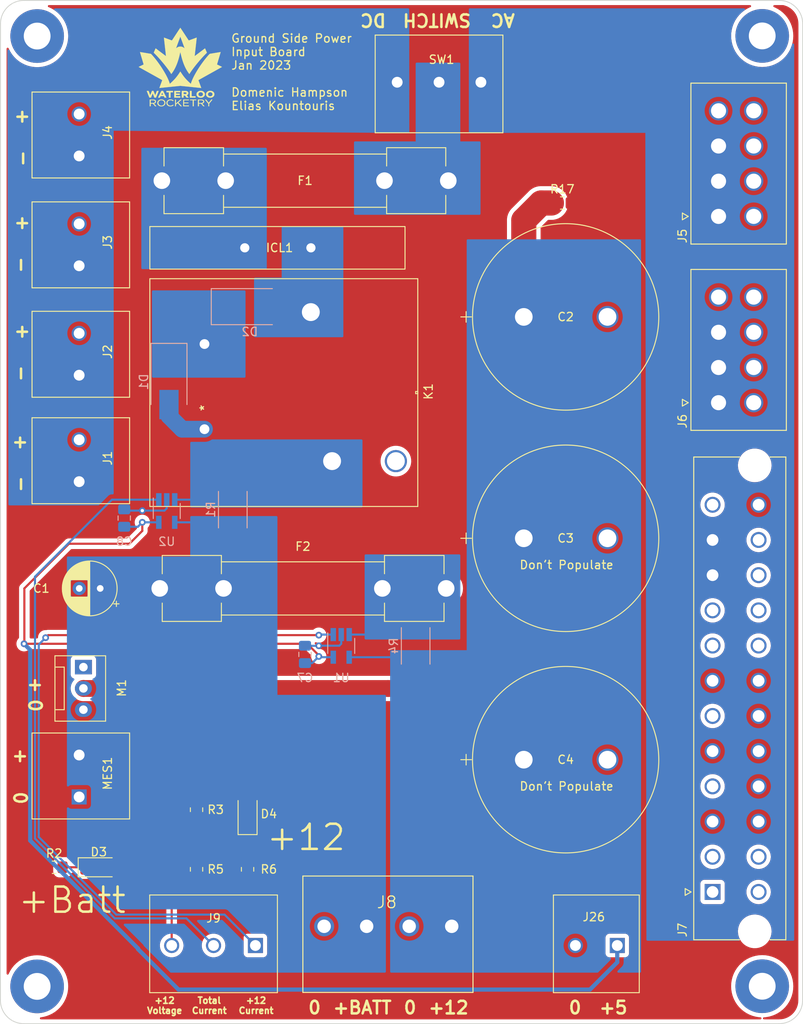
<source format=kicad_pcb>
(kicad_pcb (version 20211014) (generator pcbnew)
  (layers (0 "F.Cu" signal) (31 "B.Cu" signal) (34 "B.Paste" user) (35 "F.Paste" user) (36 "B.SilkS" user "B.Silkscreen") (37 "F.SilkS" user "F.Silkscreen") (38 "B.Mask" user) (39 "F.Mask" user) (44 "Edge.Cuts" user))
  (net 0 "")
  (net 1 "+BATT")
  (net 2 "GND")
  (net 3 "+12V")
  (net 4 "+5V")
  (net 5 "Net-(D1-Pad1)")
  (net 6 "Net-(D2-Pad2)")
  (net 7 "Net-(D3-Pad1)")
  (net 8 "Net-(D4-Pad1)")
  (net 9 "Net-(F1-Pad1)")
  (net 10 "Net-(F1-Pad2)")
  (net 11 "/12V_Sense+")
  (net 12 "/BatteryPowerSupply")
  (net 13 "/ACPowerSupply")
  (net 20 "/12V_OUT")
  (net 21 "/TOTAL_OUT")
  (net 22 "/12_VOLTAGE")
  (net 23 "/Sys_Sense+")
  (footprint "Diode_SMD:D_1206_3216Metric_Pad1.42x1.75mm_HandSolder" (layer "F.Cu") (at 109.738 141.618)
    (fp_text reference "D3" (at 0 -1.82) (layer "F.SilkS"))
    (fp_text value "LED_Small" hide)
    (pad "1" smd roundrect (at -1.4875 0) (size 1.425 1.75) (layers "F.Cu" "F.Paste" "F.Mask") (roundrect_rratio 0.1754392982) (net 7 "Net-(D3-Pad1)"))
    (pad "2" smd roundrect (at 1.4875 0) (size 1.425 1.75) (layers "F.Cu" "F.Paste" "F.Mask") (roundrect_rratio 0.1754392982) (net 1 "+BATT"))
  )
  (footprint "Connector:FanPinHeader_1x03_P2.54mm_Vertical" (layer "F.Cu") (at 107.899799 117.732 -90)
    (fp_text reference "M1" (at 2.5 -4.572 90) (layer "F.SilkS"))
    (fp_text value "Fan_PC_Chassis" hide)
    (pad "1" thru_hole rect (at 0 0) (size 2.03 1.73) (drill 1.02) (layers *.Cu *.Mask))
    (pad "2" thru_hole oval (at 2.54 0) (size 2.03 1.73) (drill 1.02) (layers *.Cu *.Mask) (net 3 "+12V"))
    (pad "3" thru_hole oval (at 5.08 0) (size 2.03 1.73) (drill 1.02) (layers *.Cu *.Mask) (net 2 "GND"))
  )
  (footprint "Resistor_SMD:R_0805_2012Metric_Pad1.20x1.40mm_HandSolder" (layer "F.Cu") (at 127.508 141.859 90)
    (fp_text reference "R6" (at 0 2.54 180) (layer "F.SilkS"))
    (fp_text value "R_Small_US" hide)
    (pad "1" smd roundrect (at -1 0 90) (size 1.2 1.4) (layers "F.Cu" "F.Paste" "F.Mask") (roundrect_rratio 0.2083333333) (net 2 "GND"))
    (pad "2" smd roundrect (at 1 0 90) (size 1.2 1.4) (layers "F.Cu" "F.Paste" "F.Mask") (roundrect_rratio 0.2083333333) (net 8 "Net-(D4-Pad1)"))
  )
  (footprint "Capacitor_THT:CP_Radial_D6.3mm_P2.50mm" (layer "F.Cu") (at 109.904379 108.344 180)
    (fp_text reference "C1" (at 7.024379 0) (layer "F.SilkS"))
    (fp_text value "100uF" hide)
    (pad "1" thru_hole rect (at 0 0 180) (size 1.6 1.6) (drill 0.8) (layers *.Cu *.Mask) (net 1 "+BATT"))
    (pad "2" thru_hole circle (at 2.5 0 180) (size 1.6 1.6) (drill 0.8) (layers *.Cu *.Mask) (net 2 "GND"))
  )
  (footprint "Fuse:Fuseholder_Clip-6.3x32mm_Littelfuse_102_122_Inline_P34.21x7.62mm_D1.98mm_Horizontal" (layer "F.Cu") (at 117.017 108.344)
    (fp_text reference "F2" (at 17.1 -5) (layer "F.SilkS"))
    (fp_text value "25A Fuse" hide)
    (pad "1" thru_hole roundrect (at 7.62 0) (size 3 3) (drill 1.98) (layers *.Cu *.Mask) (net 1 "+BATT"))
    (pad "1" thru_hole roundrect (at 0 0) (size 3 3) (drill 1.98) (layers *.Cu *.Mask) (net 1 "+BATT"))
    (pad "2" thru_hole circle (at 34.21 0) (size 3 3) (drill 1.98) (layers *.Cu *.Mask) (net 11 "/12V_Sense+"))
    (pad "2" thru_hole circle (at 26.59 0) (size 3 3) (drill 1.98) (layers *.Cu *.Mask) (net 11 "/12V_Sense+"))
  )
  (footprint "rlcs:rocketry_logo_small" (layer "F.Cu") (at 119.476 46.136)
    (fp_text reference "G***" hide)
    (fp_text value "LOGO" hide)
  )
  (footprint "clipboard:ee0da358-bf61-46f9-af96-80582bde7c0f" (layer "F.Cu") (at 102.376 42.436)
    (fp_text reference "" (at 0 0) (layer "F.SilkS") (effects (font (size 1.27 1.27))))
    (fp_text value "" (at 0 0) (layer "F.SilkS") (effects (font (size 1.27 1.27))))
    (pad "1" thru_hole circle (at 0 0) (size 6.4 6.4) (drill 3.2) (layers F&B.Cu *.Mask))
  )
  (footprint "Fuse:Fuseholder_Clip-6.3x32mm_Littelfuse_102_122_Inline_P34.21x7.62mm_D1.98mm_Horizontal" (layer "F.Cu") (at 151.481 59.69 180)
    (fp_text reference "F1" (at 17.105 0) (layer "F.SilkS"))
    (fp_text value "25A Fuse" hide)
    (pad "1" thru_hole roundrect (at 7.62 0 180) (size 3 3) (drill 1.98) (layers *.Cu *.Mask) (net 9 "Net-(F1-Pad1)"))
    (pad "1" thru_hole roundrect (at 0 0 180) (size 3 3) (drill 1.98) (layers *.Cu *.Mask) (net 9 "Net-(F1-Pad1)"))
    (pad "2" thru_hole circle (at 26.59 0 180) (size 3 3) (drill 1.98) (layers *.Cu *.Mask) (net 10 "Net-(F1-Pad2)"))
    (pad "2" thru_hole circle (at 34.21 0 180) (size 3 3) (drill 1.98) (layers *.Cu *.Mask) (net 10 "Net-(F1-Pad2)"))
  )
  (footprint "Resistor_SMD:R_0805_2012Metric_Pad1.20x1.40mm_HandSolder" (layer "F.Cu") (at 121.412 134.747 -90)
    (fp_text reference "R3" (at 0 -2.286 180) (layer "F.SilkS"))
    (fp_text value "220K" hide)
    (pad "1" smd roundrect (at -1 0 270) (size 1.2 1.4) (layers "F.Cu" "F.Paste" "F.Mask") (roundrect_rratio 0.2083333333) (net 3 "+12V"))
    (pad "2" smd roundrect (at 1 0 270) (size 1.2 1.4) (layers "F.Cu" "F.Paste" "F.Mask") (roundrect_rratio 0.2083333333) (net 22 "/12_VOLTAGE"))
  )
  (footprint "GSP:1935310" (layer "F.Cu") (at 107.391799 56.742 90)
    (fp_text reference "J4" (at 2.8 3.4 90) (layer "F.SilkS"))
    (fp_text value "Battery Terminals" hide)
    (pad "1" thru_hole rect (at 0 0 90) (size 1.8034 1.8034) (drill 1.2954) (layers *.Cu *.Mask) (net 12 "/BatteryPowerSupply"))
    (pad "2" thru_hole circle (at 5 0 90) (size 1.8034 1.8034) (drill 1.2954) (layers *.Cu *.Mask) (net 2 "GND"))
  )
  (footprint "GSP:1935310" (layer "F.Cu") (at 171.664 150.949001 180)
    (fp_text reference "J26" (at 2.8 3.4) (layer "F.SilkS"))
    (fp_text value "Conn_01x02_Female" hide)
    (pad "1" thru_hole rect (at 0 0 180) (size 1.8034 1.8034) (drill 1.2954) (layers *.Cu *.Mask) (net 4 "+5V"))
    (pad "2" thru_hole circle (at 5 0 180) (size 1.8034 1.8034) (drill 1.2954) (layers *.Cu *.Mask) (net 2 "GND"))
  )
  (footprint "Diode_SMD:D_1206_3216Metric_Pad1.42x1.75mm_HandSolder" (layer "F.Cu") (at 127.508 135.255 90)
    (fp_text reference "D4" (at 0 2.54 180) (layer "F.SilkS"))
    (fp_text value "LED_Small" hide)
    (pad "1" smd roundrect (at -1.4875 0 90) (size 1.425 1.75) (layers "F.Cu" "F.Paste" "F.Mask") (roundrect_rratio 0.1754392982) (net 8 "Net-(D4-Pad1)"))
    (pad "2" smd roundrect (at 1.4875 0 90) (size 1.425 1.75) (layers "F.Cu" "F.Paste" "F.Mask") (roundrect_rratio 0.1754392982) (net 3 "+12V"))
  )
  (footprint "GSP:CUI_TB008A-508-04BE" (layer "F.Cu") (at 151.892 148.661 180)
    (fp_text reference "J8" (at 7.747 2.865 180) (layer "F.SilkS") (effects (font (size 1.4 1.4))))
    (fp_text value "Conn_01x03_Female" hide)
    (pad "1" thru_hole rect (at 0 0 180) (size 2.4 2.4) (drill 1.6) (layers *.Cu *.Mask) (net 3 "+12V"))
    (pad "2" thru_hole circle (at 5.08 0 180) (size 2.4 2.4) (drill 1.6) (layers *.Cu *.Mask) (net 2 "GND"))
    (pad "3" thru_hole circle (at 10.16 0 180) (size 2.4 2.4) (drill 1.6) (layers *.Cu *.Mask) (net 1 "+BATT"))
    (pad "4" thru_hole circle (at 15.24 0 180) (size 2.4 2.4) (drill 1.6) (layers *.Cu *.Mask) (net 2 "GND"))
  )
  (footprint "GSP:MOLEX_442060001" (layer "F.Cu") (at 183.046 144.562 -90)
    (fp_text reference "J7" (at 4.536 3.595 -90) (layer "F.SilkS"))
    (fp_text value "ATX-24" hide)
    (pad "" np_thru_hole circle (at 4.7 -5.04 270) (size 3 3) (drill 3) (layers *.Cu *.Mask))
    (pad "" np_thru_hole circle (at -50.9 -5.04 270) (size 3 3) (drill 3) (layers *.Cu *.Mask))
    (pad "1" thru_hole rect (at 0 0 270) (size 1.9 1.9) (drill 1.4) (layers *.Cu))
    (pad "2" thru_hole circle (at -4.2 0 270) (size 1.9 1.9) (drill 1.4) (layers *.Cu))
    (pad "3" thru_hole circle (at -8.4 0 270) (size 1.9 1.9) (drill 1.4) (layers *.Cu) (net 2 "GND"))
    (pad "4" thru_hole circle (at -12.6 0 270) (size 1.9 1.9) (drill 1.4) (layers *.Cu))
    (pad "5" thru_hole circle (at -16.8 0 270) (size 1.9 1.9) (drill 1.4) (layers *.Cu) (net 2 "GND"))
    (pad "6" thru_hole circle (at -21 0 270) (size 1.9 1.9) (drill 1.4) (layers *.Cu))
    (pad "7" thru_hole circle (at -25.2 0 270) (size 1.9 1.9) (drill 1.4) (layers *.Cu) (net 2 "GND"))
    (pad "8" thru_hole circle (at -29.4 0 270) (size 1.9 1.9) (drill 1.4) (layers *.Cu))
    (pad "9" thru_hole circle (at -33.6 0 270) (size 1.9 1.9) (drill 1.4) (layers *.Cu))
    (pad "10" thru_hole circle (at -37.8 0 270) (size 1.9 1.9) (drill 1.4) (layers *.Cu) (net 13 "/ACPowerSupply"))
    (pad "11" thru_hole circle (at -42 0 270) (size 1.9 1.9) (drill 1.4) (layers *.Cu) (net 13 "/ACPowerSupply"))
    (pad "12" thru_hole circle (at -46.2 0 270) (size 1.9 1.9) (drill 1.4) (layers *.Cu))
    (pad "13" thru_hole circle (at 0 -5.5 270) (size 1.9 1.9) (drill 1.4) (layers *.Cu))
    (pad "14" thru_hole circle (at -4.2 -5.5 270) (size 1.9 1.9) (drill 1.4) (layers *.Cu))
    (pad "15" thru_hole circle (at -8.4 -5.5 270) (size 1.9 1.9) (drill 1.4) (layers *.Cu) (net 2 "GND"))
    (pad "16" thru_hole circle (at -12.6 -5.5 270) (size 1.9 1.9) (drill 1.4) (layers *.Cu) (net 2 "GND"))
    (pad "17" thru_hole circle (at -16.8 -5.5 270) (size 1.9 1.9) (drill 1.4) (layers *.Cu) (net 2 "GND"))
    (pad "18" thru_hole circle (at -21 -5.5 270) (size 1.9 1.9) (drill 1.4) (layers *.Cu) (net 2 "GND"))
    (pad "19" thru_hole circle (at -25.2 -5.5 270) (size 1.9 1.9) (drill 1.4) (layers *.Cu) (net 2 "GND"))
    (pad "20" thru_hole circle (at -29.4 -5.5 270) (size 1.9 1.9) (drill 1.4) (layers *.Cu))
    (pad "21" thru_hole circle (at -33.6 -5.5 270) (size 1.9 1.9) (drill 1.4) (layers *.Cu))
    (pad "22" thru_hole circle (at -37.8 -5.5 270) (size 1.9 1.9) (drill 1.4) (layers *.Cu))
    (pad "23" thru_hole circle (at -42 -5.5 270) (size 1.9 1.9) (drill 1.4) (layers *.Cu))
    (pad "24" thru_hole circle (at -46.2 -5.5 270) (size 1.9 1.9) (drill 1.4) (layers *.Cu) (net 2 "GND"))
  )
  (footprint "GSP:MOLEX_874270842" (layer "F.Cu") (at 183.76 63.9548 -90)
    (fp_text reference "J5" (at 2.3392 4.309 -90) (layer "F.SilkS"))
    (fp_text value "874270842" hide)
    (pad "1" thru_hole rect (at 0 0 270) (size 2.3 2.3) (drill 1.8) (layers *.Cu) (net 13 "/ACPowerSupply"))
    (pad "2" thru_hole circle (at -4.2 0 270) (size 2.3 2.3) (drill 1.8) (layers *.Cu) (net 13 "/ACPowerSupply"))
    (pad "3" thru_hole circle (at -8.4 0 270) (size 2.3 2.3) (drill 1.8) (layers *.Cu) (net 13 "/ACPowerSupply"))
    (pad "4" thru_hole circle (at -12.6 0 270) (size 2.3 2.3) (drill 1.8) (layers *.Cu) (net 2 "GND"))
    (pad "5" thru_hole circle (at 0 -4.2 270) (size 2.3 2.3) (drill 1.8) (layers *.Cu) (net 2 "GND"))
    (pad "6" thru_hole circle (at -4.2 -4.2 270) (size 2.3 2.3) (drill 1.8) (layers *.Cu) (net 2 "GND"))
    (pad "7" thru_hole circle (at -8.4 -4.2 270) (size 2.3 2.3) (drill 1.8) (layers *.Cu) (net 2 "GND"))
    (pad "8" thru_hole circle (at -12.6 -4.2 270) (size 2.3 2.3) (drill 1.8) (layers *.Cu) (net 2 "GND"))
  )
  (footprint "GSP:MOLEX_874270842" (layer "F.Cu") (at 183.76 86.183 -90)
    (fp_text reference "J6" (at 2.209 4.309 -90) (layer "F.SilkS"))
    (fp_text value "874270842" hide)
    (pad "1" thru_hole rect (at 0 0 270) (size 2.3 2.3) (drill 1.8) (layers *.Cu) (net 13 "/ACPowerSupply"))
    (pad "2" thru_hole circle (at -4.2 0 270) (size 2.3 2.3) (drill 1.8) (layers *.Cu) (net 13 "/ACPowerSupply"))
    (pad "3" thru_hole circle (at -8.4 0 270) (size 2.3 2.3) (drill 1.8) (layers *.Cu) (net 13 "/ACPowerSupply"))
    (pad "4" thru_hole circle (at -12.6 0 270) (size 2.3 2.3) (drill 1.8) (layers *.Cu) (net 2 "GND"))
    (pad "5" thru_hole circle (at 0 -4.2 270) (size 2.3 2.3) (drill 1.8) (layers *.Cu) (net 2 "GND"))
    (pad "6" thru_hole circle (at -4.2 -4.2 270) (size 2.3 2.3) (drill 1.8) (layers *.Cu) (net 2 "GND"))
    (pad "7" thru_hole circle (at -8.4 -4.2 270) (size 2.3 2.3) (drill 1.8) (layers *.Cu) (net 2 "GND"))
    (pad "8" thru_hole circle (at -12.6 -4.2 270) (size 2.3 2.3) (drill 1.8) (layers *.Cu) (net 2 "GND"))
  )
  (footprint "" (layer "F.Cu") (at 102.372 155.829)
    (fp_text reference "" (at 0 0) (layer "F.SilkS") (effects (font (size 1.27 1.27))))
    (fp_text value "" (at 0 0) (layer "F.SilkS") (effects (font (size 1.27 1.27))))
    (pad "1" thru_hole circle (at 0 0) (size 6.4 6.4) (drill 3.2) (layers F&B.Cu *.Mask))
  )
  (footprint "GSP:LLS1C223MELZ" (layer "F.Cu") (at 160.4985 102.362)
    (fp_text reference "C3" (at 5 0) (layer "F.SilkS"))
    (fp_text value "22mF" hide)
    (pad "1" thru_hole rect (at 0 0) (size 2.6162 2.6162) (drill 2.1082) (layers *.Cu *.Mask) (net 3 "+12V"))
    (pad "2" thru_hole circle (at 10 0) (size 2.6162 2.6162) (drill 2.1082) (layers *.Cu *.Mask) (net 2 "GND"))
  )
  (footprint "" (layer "F.Cu") (at 188.976 155.811)
    (fp_text reference "" (at 0 0) (layer "F.SilkS") (effects (font (size 1.27 1.27))))
    (fp_text value "" (at 0 0) (layer "F.SilkS") (effects (font (size 1.27 1.27))))
    (pad "1" thru_hole circle (at 0 0) (size 6.4 6.4) (drill 3.2) (layers F&B.Cu *.Mask))
  )
  (footprint "GSP:AZ2150-1A-12DEF" (layer "F.Cu") (at 122.3618 89.3448 -90)
    (fp_text reference "K1" (at -4.4958 -26.7462 90) (layer "F.SilkS"))
    (fp_text value "AZ2150-1A-12DEF" hide)
    (fp_text user "*" (at -2.54 0 -90) (layer "F.SilkS"))
    (pad "1" thru_hole circle (at 0 0 270) (size 1.6764 1.6764) (drill 1.1684) (layers *.Cu *.Mask) (net 2 "GND"))
    (pad "2" thru_hole circle (at 3.81 -15.24 270) (size 2.6416 2.6416) (drill 2.1336) (layers *.Cu *.Mask) (net 23 "/Sys_Sense+"))
    (pad "3" thru_hole circle (at 3.81 -22.86 270) (size 2.6416 2.6416) (drill 2.1336) (layers *.Cu *.Mask))
    (pad "4" thru_hole circle (at -13.97 -12.7 270) (size 2.6416 2.6416) (drill 2.1336) (layers *.Cu *.Mask) (net 6 "Net-(D2-Pad2)"))
    (pad "5" thru_hole circle (at -10.16 0 270) (size 1.6764 1.6764) (drill 1.1684) (layers *.Cu *.Mask) (net 5 "Net-(D1-Pad1)"))
  )
  (footprint "GSP:1935323" (layer "F.Cu") (at 145.378 47.945999)
    (fp_text reference "SW1" (at 5.3 -2.7) (layer "F.SilkS"))
    (fp_text value "GRB234A2NABA1" hide)
    (pad "1" thru_hole rect (at 0 0) (size 1.8034 1.8034) (drill 1.2954) (layers *.Cu *.Mask) (net 12 "/BatteryPowerSupply"))
    (pad "2" thru_hole circle (at 5 0) (size 1.8034 1.8034) (drill 1.2954) (layers *.Cu *.Mask) (net 9 "Net-(F1-Pad1)"))
    (pad "3" thru_hole circle (at 10 0) (size 1.8034 1.8034) (drill 1.2954) (layers *.Cu *.Mask) (net 13 "/ACPowerSupply"))
  )
  (footprint "GSP:1935310" (layer "F.Cu") (at 107.391799 69.8484 90)
    (fp_text reference "J3" (at 2.8 3.4 90) (layer "F.SilkS"))
    (fp_text value "Battery Terminals" hide)
    (pad "1" thru_hole rect (at 0 0 90) (size 1.8034 1.8034) (drill 1.2954) (layers *.Cu *.Mask) (net 12 "/BatteryPowerSupply"))
    (pad "2" thru_hole circle (at 5 0 90) (size 1.8034 1.8034) (drill 1.2954) (layers *.Cu *.Mask) (net 2 "GND"))
  )
  (footprint "GSP:1935310" (layer "F.Cu") (at 107.391799 95.604 90)
    (fp_text reference "J1" (at 2.8 3.4 90) (layer "F.SilkS"))
    (fp_text value "Battery Terminals" hide)
    (pad "1" thru_hole rect (at 0 0 90) (size 1.8034 1.8034) (drill 1.2954) (layers *.Cu *.Mask) (net 12 "/BatteryPowerSupply"))
    (pad "2" thru_hole circle (at 5 0 90) (size 1.8034 1.8034) (drill 1.2954) (layers *.Cu *.Mask) (net 2 "GND"))
  )
  (footprint "GSP:LLS1C223MELZ" (layer "F.Cu") (at 160.4985 128.778)
    (fp_text reference "C4" (at 5 0) (layer "F.SilkS"))
    (fp_text value "22mF" hide)
    (pad "1" thru_hole rect (at 0 0) (size 2.6162 2.6162) (drill 2.1082) (layers *.Cu *.Mask) (net 3 "+12V"))
    (pad "2" thru_hole circle (at 10 0) (size 2.6162 2.6162) (drill 2.1082) (layers *.Cu *.Mask) (net 2 "GND"))
  )
  (footprint "GSP:1935310" (layer "F.Cu") (at 107.391799 82.904 90)
    (fp_text reference "J2" (at 2.8 3.4 90) (layer "F.SilkS"))
    (fp_text value "Battery Terminals" hide)
    (pad "1" thru_hole rect (at 0 0 90) (size 1.8034 1.8034) (drill 1.2954) (layers *.Cu *.Mask) (net 12 "/BatteryPowerSupply"))
    (pad "2" thru_hole circle (at 5 0 90) (size 1.8034 1.8034) (drill 1.2954) (layers *.Cu *.Mask) (net 2 "GND"))
  )
  (footprint "Resistor_SMD:R_0805_2012Metric_Pad1.20x1.40mm_HandSolder" (layer "F.Cu") (at 165.1 62.357)
    (fp_text reference "R17" (at 0 -1.65) (layer "F.SilkS"))
    (fp_text value "10k" hide)
    (pad "1" smd roundrect (at -1 0) (size 1.2 1.4) (layers "F.Cu" "F.Paste" "F.Mask") (roundrect_rratio 0.2083333333) (net 3 "+12V"))
    (pad "2" smd roundrect (at 1 0) (size 1.2 1.4) (layers "F.Cu" "F.Paste" "F.Mask") (roundrect_rratio 0.2083333333) (net 2 "GND"))
  )
  (footprint "GSP:1935310" (layer "F.Cu") (at 107.391799 133.223 90)
    (fp_text reference "MES1" (at 2.8 3.4 90) (layer "F.SilkS"))
    (fp_text value "PRT-14313" hide)
    (pad "1" thru_hole rect (at 0 0 90) (size 1.8034 1.8034) (drill 1.2954) (layers *.Cu *.Mask) (net 2 "GND"))
    (pad "2" thru_hole circle (at 5 0 90) (size 1.8034 1.8034) (drill 1.2954) (layers *.Cu *.Mask) (net 1 "+BATT"))
  )
  (footprint "GSP:SL32 2R025-B" (layer "F.Cu") (at 131.074 67.704)
    (fp_text reference "ICL1" (at 0.254 0 unlocked) (layer "F.SilkS"))
    (fp_text value "SL32 2R025-B" hide)
    (pad "1" thru_hole circle (at -3.9 0) (size 1.5 1.5) (drill 1.1) (layers *.Cu *.Mask) (net 10 "Net-(F1-Pad2)"))
    (pad "2" thru_hole circle (at 4 0) (size 1.5 1.5) (drill 1.1) (layers *.Cu *.Mask) (net 6 "Net-(D2-Pad2)"))
  )
  (footprint "Resistor_SMD:R_0805_2012Metric_Pad1.20x1.40mm_HandSolder" (layer "F.Cu") (at 121.412 141.859 -90)
    (fp_text reference "R5" (at 0 -2.286 180) (layer "F.SilkS"))
    (fp_text value "100K" hide)
    (pad "1" smd roundrect (at -1 0 270) (size 1.2 1.4) (layers "F.Cu" "F.Paste" "F.Mask") (roundrect_rratio 0.2083333333) (net 22 "/12_VOLTAGE"))
    (pad "2" smd roundrect (at 1 0 270) (size 1.2 1.4) (layers "F.Cu" "F.Paste" "F.Mask") (roundrect_rratio 0.2083333333) (net 2 "GND"))
  )
  (footprint "" (layer "F.Cu") (at 188.976 42.418)
    (fp_text reference "" (at 0 0) (layer "F.SilkS") (effects (font (size 1.27 1.27))))
    (fp_text value "" (at 0 0) (layer "F.SilkS") (effects (font (size 1.27 1.27))))
    (pad "1" thru_hole circle (at 0 0) (size 6.4 6.4) (drill 3.2) (layers F&B.Cu *.Mask))
  )
  (footprint "Resistor_SMD:R_0805_2012Metric_Pad1.20x1.40mm_HandSolder" (layer "F.Cu") (at 104.404 141.618)
    (fp_text reference "R2" (at 0 -1.65) (layer "F.SilkS"))
    (fp_text value "R_Small_US" hide)
    (pad "1" smd roundrect (at -1 0) (size 1.2 1.4) (layers "F.Cu" "F.Paste" "F.Mask") (roundrect_rratio 0.2083333333) (net 2 "GND"))
    (pad "2" smd roundrect (at 1 0) (size 1.2 1.4) (layers "F.Cu" "F.Paste" "F.Mask") (roundrect_rratio 0.2083333333) (net 7 "Net-(D3-Pad1)"))
  )
  (footprint "GSP:1935323" (layer "F.Cu") (at 128.444 150.949001 180)
    (fp_text reference "J9" (at 5 3.248001) (layer "F.SilkS"))
    (fp_text value "Conn_01x03_Female" hide)
    (pad "1" thru_hole rect (at 0 0 180) (size 1.8034 1.8034) (drill 1.2954) (layers *.Cu *.Mask) (net 20 "/12V_OUT"))
    (pad "2" thru_hole circle (at 5 0 180) (size 1.8034 1.8034) (drill 1.2954) (layers *.Cu *.Mask) (net 21 "/TOTAL_OUT"))
    (pad "3" thru_hole circle (at 10 0 180) (size 1.8034 1.8034) (drill 1.2954) (layers *.Cu *.Mask) (net 22 "/12_VOLTAGE"))
  )
  (footprint "GSP:LLS1C223MELZ" (layer "F.Cu") (at 160.4985 75.946)
    (fp_text reference "C2" (at 5 0) (layer "F.SilkS"))
    (fp_text value "22mF" hide)
    (pad "1" thru_hole rect (at 0 0) (size 2.6162 2.6162) (drill 2.1082) (layers *.Cu *.Mask) (net 3 "+12V"))
    (pad "2" thru_hole circle (at 10 0) (size 2.6162 2.6162) (drill 2.1082) (layers *.Cu *.Mask) (net 2 "GND"))
  )
  (footprint "Package_TO_SOT_SMD:SOT-23-5_HandSoldering" (layer "B.Cu") (at 117.856 99.1075 -90)
    (fp_text reference "U2" (at 3.6485 0) (layer "B.SilkS") (effects (justify mirror)))
    (fp_text value "INA180" hide)
    (pad "1" smd rect (at -1.35 0.95 270) (size 1.56 0.65) (layers "B.Cu" "B.Paste" "B.Mask") (net 21 "/TOTAL_OUT"))
    (pad "2" smd rect (at -1.35 0 270) (size 1.56 0.65) (layers "B.Cu" "B.Paste" "B.Mask") (net 2 "GND"))
    (pad "3" smd rect (at -1.35 -0.95 270) (size 1.56 0.65) (layers "B.Cu" "B.Paste" "B.Mask") (net 23 "/Sys_Sense+"))
    (pad "4" smd rect (at 1.35 -0.95 270) (size 1.56 0.65) (layers "B.Cu" "B.Paste" "B.Mask") (net 1 "+BATT"))
    (pad "5" smd rect (at 1.35 0.95 270) (size 1.56 0.65) (layers "B.Cu" "B.Paste" "B.Mask") (net 4 "+5V"))
  )
  (footprint "Capacitor_SMD:C_0805_2012Metric_Pad1.18x1.45mm_HandSolder" (layer "B.Cu") (at 112.776 99.949 -90)
    (fp_text reference "C8" (at 2.794 0) (layer "B.SilkS") (effects (justify mirror)))
    (fp_text value "0.1u" hide)
    (pad "1" smd roundrect (at -1.0375 0 270) (size 1.175 1.45) (layers "B.Cu" "B.Paste" "B.Mask") (roundrect_rratio 0.2127659574) (net 2 "GND"))
    (pad "2" smd roundrect (at 1.0375 0 270) (size 1.175 1.45) (layers "B.Cu" "B.Paste" "B.Mask") (roundrect_rratio 0.2127659574) (net 4 "+5V"))
  )
  (footprint "Diode_SMD:D_SMB_Handsoldering" (layer "B.Cu") (at 118.12 83.706 -90)
    (fp_text reference "D1" (at 0 3 90) (layer "B.SilkS") (effects (justify mirror)))
    (fp_text value "10BQ015")
    (pad "1" smd rect (at -2.7 0 270) (size 3.5 2.3) (layers "B.Cu" "B.Paste" "B.Mask") (net 5 "Net-(D1-Pad1)"))
    (pad "2" smd rect (at 2.7 0 270) (size 3.5 2.3) (layers "B.Cu" "B.Paste" "B.Mask") (net 2 "GND"))
  )
  (footprint "Diode_SMD:D_SMB_Handsoldering" (layer "B.Cu") (at 127.772 74.722)
    (fp_text reference "D2" (at 0 3) (layer "B.SilkS") (effects (justify mirror)))
    (fp_text value "10BQ015")
    (pad "1" smd rect (at -2.7 0) (size 3.5 2.3) (layers "B.Cu" "B.Paste" "B.Mask") (net 5 "Net-(D1-Pad1)"))
    (pad "2" smd rect (at 2.7 0) (size 3.5 2.3) (layers "B.Cu" "B.Paste" "B.Mask") (net 6 "Net-(D2-Pad2)"))
  )
  (footprint "Capacitor_SMD:C_0805_2012Metric_Pad1.18x1.45mm_HandSolder" (layer "B.Cu") (at 134.366 116.218 -90)
    (fp_text reference "C7" (at 2.794 0) (layer "B.SilkS") (effects (justify mirror)))
    (fp_text value "0.1u" hide)
    (pad "1" smd roundrect (at -1.0375 0 270) (size 1.175 1.45) (layers "B.Cu" "B.Paste" "B.Mask") (roundrect_rratio 0.2127659574) (net 2 "GND"))
    (pad "2" smd roundrect (at 1.0375 0 270) (size 1.175 1.45) (layers "B.Cu" "B.Paste" "B.Mask") (roundrect_rratio 0.2127659574) (net 4 "+5V"))
  )
  (footprint "Resistor_SMD:R_2512_6332Metric_Pad1.40x3.35mm_HandSolder" (layer "B.Cu") (at 125.74 98.946 -90)
    (fp_text reference "R1" (at 0 2.62 90) (layer "B.SilkS") (effects (justify mirror)))
    (fp_text value "0.0015")
    (pad "1" smd roundrect (at -3.05 0 270) (size 1.4 3.35) (layers "B.Cu" "B.Paste" "B.Mask") (roundrect_rratio 0.1785707143) (net 23 "/Sys_Sense+"))
    (pad "2" smd roundrect (at 3.05 0 270) (size 1.4 3.35) (layers "B.Cu" "B.Paste" "B.Mask") (roundrect_rratio 0.1785707143) (net 1 "+BATT"))
  )
  (footprint "Resistor_SMD:R_2512_6332Metric_Pad1.40x3.35mm_HandSolder" (layer "B.Cu") (at 147.584 115.202 -90)
    (fp_text reference "R4" (at 0 2.62 90) (layer "B.SilkS") (effects (justify mirror)))
    (fp_text value "0.0015")
    (pad "1" smd roundrect (at -3.05 0 270) (size 1.4 3.35) (layers "B.Cu" "B.Paste" "B.Mask") (roundrect_rratio 0.1785707143) (net 11 "/12V_Sense+"))
    (pad "2" smd roundrect (at 3.05 0 270) (size 1.4 3.35) (layers "B.Cu" "B.Paste" "B.Mask") (roundrect_rratio 0.1785707143) (net 3 "+12V"))
  )
  (footprint "Package_TO_SOT_SMD:SOT-23-5_HandSoldering" (layer "B.Cu") (at 138.694 115.202 -90)
    (fp_text reference "U1" (at 3.81 0) (layer "B.SilkS") (effects (justify mirror)))
    (fp_text value "INA180" hide)
    (pad "1" smd rect (at -1.35 0.95 270) (size 1.56 0.65) (layers "B.Cu" "B.Paste" "B.Mask") (net 20 "/12V_OUT"))
    (pad "2" smd rect (at -1.35 0 270) (size 1.56 0.65) (layers "B.Cu" "B.Paste" "B.Mask") (net 2 "GND"))
    (pad "3" smd rect (at -1.35 -0.95 270) (size 1.56 0.65) (layers "B.Cu" "B.Paste" "B.Mask") (net 11 "/12V_Sense+"))
    (pad "4" smd rect (at 1.35 -0.95 270) (size 1.56 0.65) (layers "B.Cu" "B.Paste" "B.Mask") (net 3 "+12V"))
    (pad "5" smd rect (at 1.35 0.95 270) (size 1.56 0.65) (layers "B.Cu" "B.Paste" "B.Mask") (net 4 "+5V"))
  )
  (gr_arc (start 191.018044 38.183656) (mid 192.993687 39.002013) (end 193.812044 40.977656) (layer "Edge.Cuts") (width 0.1))
  (gr_line (start 97.997656 40.977656) (end 97.987656 157.48) (layer "Edge.Cuts") (width 0.1))
  (gr_arc (start 193.802044 157.48) (mid 192.983687 159.455643) (end 191.008044 160.274) (layer "Edge.Cuts") (width 0.1))
  (gr_arc (start 97.997656 40.977656) (mid 98.816001 39.002001) (end 100.791656 38.183656) (layer "Edge.Cuts") (width 0.1))
  (gr_arc (start 100.781656 160.274) (mid 98.806013 159.455643) (end 97.987656 157.48) (layer "Edge.Cuts") (width 0.1))
  (gr_line (start 191.018044 38.183656) (end 100.791656 38.183656) (layer "Edge.Cuts") (width 0.1))
  (gr_line (start 100.781656 160.274) (end 191.008044 160.274) (layer "Edge.Cuts") (width 0.1))
  (gr_line (start 193.802044 157.48) (end 193.812044 40.977656) (layer "Edge.Cuts") (width 0.1))
  (gr_text "0" (at 100.33 133.35 270) (layer "F.SilkS") (effects (font (size 1.5 1.5) (thickness 0.3))))
  (gr_text "+" (at 100.34 90.818) (layer "F.SilkS") (effects (font (size 1.5 1.5) (thickness 0.3))))
  (gr_text "+BATT" (at 141.212047 158.369) (layer "F.SilkS") (effects (font (size 1.5 1.5) (thickness 0.3))))
  (gr_text "0" (at 146.915094 158.369) (layer "F.SilkS") (effects (font (size 1.5 1.5) (thickness 0.3))))
  (gr_text "0" (at 135.509 158.369) (layer "F.SilkS") (effects (font (size 1.5 1.5) (thickness 0.3))))
  (gr_text "SWITCH" (at 150.124 40.526 180) (layer "F.SilkS") (effects (font (size 1.5 1.5) (thickness 0.3))))
  (gr_text "AC" (at 157.998 40.526 180) (layer "F.SilkS") (effects (font (size 1.5 1.5) (thickness 0.3))))
  (gr_text "-" (at 100.34 95.898 90) (layer "F.SilkS") (effects (font (size 1.5 1.5) (thickness 0.3))))
  (gr_text "+12\n" (at 134.493 138.049) (layer "F.SilkS") (effects (font (size 3 3) (thickness 0.3))))
  (gr_text "-" (at 100.594 57.036 90) (layer "F.SilkS") (effects (font (size 1.5 1.5) (thickness 0.3))))
  (gr_text "Don't Populate" (at 165.608 105.537) (layer "F.SilkS") (effects (font (size 1 1))))
  (gr_text "+" (at 100.594 64.656) (layer "F.SilkS") (effects (font (size 1.5 1.5) (thickness 0.3))))
  (gr_text "0" (at 102.118 122.314 270) (layer "F.SilkS") (effects (font (size 1.5 1.5) (thickness 0.3))))
  (gr_text "+" (at 102.118 119.774) (layer "F.SilkS") (effects (font (size 1.5 1.5) (thickness 0.3))))
  (gr_text "+12\nCurrent" (at 128.524 158.115) (layer "F.SilkS") (effects (font (size 0.75 0.75) (thickness 0.1875))))
  (gr_text "+" (at 100.33 128.27) (layer "F.SilkS") (effects (font (size 1.5 1.5) (thickness 0.3))))
  (gr_text "+12" (at 151.511 158.369) (layer "F.SilkS") (effects (font (size 1.5 1.5) (thickness 0.3))))
  (gr_text "Total\nCurrent" (at 122.936 158.115) (layer "F.SilkS") (effects (font (size 0.75 0.75) (thickness 0.1875))))
  (gr_text "+5\n" (at 171.196 158.369) (layer "F.SilkS") (effects (font (size 1.5 1.5) (thickness 0.3))))
  (gr_text "+" (at 100.594 77.61) (layer "F.SilkS") (effects (font (size 1.5 1.5) (thickness 0.3))))
  (gr_text "Ground Side Power\nInput Board\nJan 2023\n\nDomenic Hampson \nElias Kountouris" (at 125.476 46.736) (layer "F.SilkS") (effects (font (size 1 1)) (justify left)))
  (gr_text "0" (at 166.624 158.369) (layer "F.SilkS") (effects (font (size 1.5 1.5) (thickness 0.3))))
  (gr_text "Don't Populate" (at 165.608 131.953) (layer "F.SilkS") (effects (font (size 1 1))))
  (gr_text "+12\nVoltage" (at 117.602 158.115) (layer "F.SilkS") (effects (font (size 0.75 0.75) (thickness 0.1875))))
  (gr_text "+" (at 100.594 51.956) (layer "F.SilkS") (effects (font (size 1.5 1.5) (thickness 0.3))))
  (gr_text "+Batt" (at 106.553 145.542) (layer "F.SilkS") (effects (font (size 3 3) (thickness 0.3))))
  (gr_text "DC" (at 142.504 40.526 180) (layer "F.SilkS") (effects (font (size 1.5 1.5) (thickness 0.3))))
  (gr_text "-" (at 100.34 69.736 90) (layer "F.SilkS") (effects (font (size 1.5 1.5) (thickness 0.3))))
  (gr_text "-" (at 100.34 82.69 90) (layer "F.SilkS") (effects (font (size 1.5 1.5) (thickness 0.3))))
  (segment (start 111.2255 132.056701) (end 107.391799 128.223) (width 0.25) (layer "F.Cu") (net 1))
  (segment (start 111.2255 141.618) (end 111.2255 132.056701) (width 0.25) (layer "F.Cu") (net 1))
  (segment (start 125.74 100.776) (end 125.74 101.996) (width 0.25) (layer "B.Cu") (net 1))
  (segment (start 125.4215 100.4575) (end 125.74 100.776) (width 0.25) (layer "B.Cu") (net 1))
  (segment (start 118.806 100.4575) (end 125.4215 100.4575) (width 0.25) (layer "B.Cu") (net 1))
  (via (at 114.935 99.06) (size 0.8) (drill 0.4) (layers "F.Cu" "B.Cu") (net 2))
  (via (at 136.017 115.189) (size 0.8) (drill 0.4) (layers "F.Cu" "B.Cu") (net 2))
  (segment (start 117.5835 99.06) (end 114.935 99.06) (width 0.25) (layer "B.Cu") (net 2))
  (segment (start 118.12 87.77) (end 119.6948 89.3448) (width 2) (layer "B.Cu") (net 2))
  (segment (start 136.0255 115.1805) (end 138.4615 115.1805) (width 0.25) (layer "B.Cu") (net 2))
  (segment (start 117.856 97.7575) (end 117.856 98.7875) (width 0.25) (layer "B.Cu") (net 2))
  (segment (start 138.4615 115.1805) (end 138.694 114.948) (width 0.25) (layer "B.Cu") (net 2))
  (segment (start 136.017 115.189) (end 136.0255 115.1805) (width 0.25) (layer "B.Cu") (net 2))
  (segment (start 119.6948 89.3448) (end 122.3618 89.3448) (width 2) (layer "B.Cu") (net 2))
  (segment (start 114.935 99.06) (end 113.4325 99.06) (width 0.25) (layer "B.Cu") (net 2))
  (segment (start 118.12 86.406) (end 118.12 87.77) (width 2) (layer "B.Cu") (net 2))
  (segment (start 138.694 114.948) (end 138.694 113.852) (width 0.25) (layer "B.Cu") (net 2))
  (segment (start 117.856 98.7875) (end 117.5835 99.06) (width 0.25) (layer "B.Cu") (net 2))
  (segment (start 134.3745 115.189) (end 134.366 115.1805) (width 0.25) (layer "B.Cu") (net 2))
  (segment (start 136.017 115.189) (end 134.3745 115.189) (width 0.25) (layer "B.Cu") (net 2))
  (segment (start 160.4985 75.946) (end 160.4985 64.4185) (width 3) (layer "F.Cu") (net 3))
  (segment (start 123.685 120.282) (end 129.045 120.282) (width 2) (layer "F.Cu") (net 3))
  (segment (start 129.54 120.777) (end 129.045 120.282) (width 0.25) (layer "F.Cu") (net 3))
  (segment (start 107.909799 120.282) (end 123.685 120.282) (width 2) (layer "F.Cu") (net 3))
  (segment (start 160.4985 64.4185) (end 162.56 62.357) (width 3) (layer "F.Cu") (net 3))
  (segment (start 144.282 120.282) (end 157.4605 120.282) (width 2) (layer "F.Cu") (net 3))
  (segment (start 127.508 122.809) (end 129.54 120.777) (width 0.25) (layer "F.Cu") (net 3))
  (segment (start 138.44 120.282) (end 144.282 120.282) (width 2) (layer "F.Cu") (net 3))
  (segment (start 162.56 62.357) (end 163.8 62.357) (width 3) (layer "F.Cu") (net 3))
  (segment (start 160.4985 123.32) (end 160.4985 128.778) (width 2) (layer "F.Cu") (net 3))
  (segment (start 107.899799 120.272) (end 107.909799 120.282) (width 2) (layer "F.Cu") (net 3))
  (segment (start 157.4605 120.282) (end 160.4985 123.32) (width 2) (layer "F.Cu") (net 3))
  (segment (start 121.412 122.555) (end 123.685 120.282) (width 0.25) (layer "F.Cu") (net 3))
  (segment (start 127.508 133.7675) (end 127.508 122.809) (width 0.25) (layer "F.Cu") (net 3))
  (segment (start 121.412 133.747) (end 121.412 122.555) (width 0.25) (layer "F.Cu") (net 3))
  (segment (start 129.045 120.282) (end 138.44 120.282) (width 2) (layer "F.Cu") (net 3))
  (segment (start 145.884 116.552) (end 139.644 116.552) (width 0.25) (layer "B.Cu") (net 3))
  (segment (start 147.584 118.252) (end 145.884 116.552) (width 0.25) (layer "B.Cu") (net 3))
  (segment (start 136.017 116.459) (end 136.017 116.332) (width 0.25) (layer "F.Cu") (net 4))
  (segment (start 114.935 101.473) (end 114.935 100.457) (width 0.25) (layer "F.Cu") (net 4))
  (segment (start 100.848 114.9105) (end 100.848 108.344) (width 0.25) (layer "F.Cu") (net 4))
  (segment (start 136.017 116.332) (end 134.633 114.948) (width 0.25) (layer "F.Cu") (net 4))
  (segment (start 134.633 114.948) (end 100.8105 114.948) (width 0.25) (layer "F.Cu") (net 4))
  (segment (start 106.182 103.01) (end 113.398 103.01) (width 0.25) (layer "F.Cu") (net 4))
  (segment (start 113.398 103.01) (end 114.935 101.473) (width 0.25) (layer "F.Cu") (net 4))
  (segment (start 100.8105 114.948) (end 100.848 114.9105) (width 0.25) (layer "F.Cu") (net 4))
  (segment (start 100.848 108.344) (end 106.182 103.01) (width 0.25) (layer "F.Cu") (net 4))
  (via (at 136.017 116.459) (size 0.8) (drill 0.4) (layers "F.Cu" "B.Cu") (net 4))
  (via (at 114.935 100.457) (size 0.8) (drill 0.4) (layers "F.Cu" "B.Cu") (net 4))
  (via (at 100.8105 114.948) (size 0.8) (drill 0.4) (layers "F.Cu" "B.Cu") (net 4))
  (segment (start 100.8105 114.948) (end 101.543 115.6805) (width 0.5) (layer "B.Cu") (net 4))
  (segment (start 168.402 156.21) (end 170.053 154.559) (width 0.5) (layer "B.Cu") (net 4))
  (segment (start 114.9355 100.4575) (end 114.935 100.457) (width 0.25) (layer "B.Cu") (net 4))
  (segment (start 136.017 116.459) (end 136.11 116.552) (width 0.25) (layer "B.Cu") (net 4))
  (segment (start 114.4055 100.9865) (end 114.935 100.457) (width 0.25) (layer "B.Cu") (net 4))
  (segment (start 119.253 156.21) (end 168.402 156.21) (width 0.5) (layer "B.Cu") (net 4))
  (segment (start 114.427 151.384) (end 119.253 156.21) (width 0.5) (layer "B.Cu") (net 4))
  (segment (start 101.543 138.428568) (end 114.427 151.312568) (width 0.5) (layer "B.Cu") (net 4))
  (segment (start 112.776 100.9865) (end 114.4055 100.9865) (width 0.25) (layer "B.Cu") (net 4))
  (segment (start 136.017 116.459) (end 135.2205 117.2555) (width 0.25) (layer "B.Cu") (net 4))
  (segment (start 170.053 154.559) (end 171.664 152.948) (width 0.5) (layer "B.Cu") (net 4))
  (segment (start 135.2205 117.2555) (end 134.366 117.2555) (width 0.25) (layer "B.Cu") (net 4))
  (segment (start 171.664 152.948) (end 171.664 150.949001) (width 0.5) (layer "B.Cu") (net 4))
  (segment (start 136.11 116.552) (end 137.744 116.552) (width 0.25) (layer "B.Cu") (net 4))
  (segment (start 116.906 100.4575) (end 114.9355 100.4575) (width 0.25) (layer "B.Cu") (net 4))
  (segment (start 114.427 151.312568) (end 114.427 151.384) (width 0.5) (layer "B.Cu") (net 4))
  (segment (start 101.543 115.6805) (end 101.543 138.428568) (width 0.5) (layer "B.Cu") (net 4))
  (segment (start 105.404 141.618) (end 108.2505 141.618) (width 0.25) (layer "F.Cu") (net 7))
  (segment (start 127.508 140.859) (end 127.508 136.7425) (width 0.25) (layer "F.Cu") (net 8))
  (segment (start 147.584 112.152) (end 145.884 113.852) (width 0.25) (layer "B.Cu") (net 11))
  (segment (start 145.884 113.852) (end 139.644 113.852) (width 0.25) (layer "B.Cu") (net 11))
  (segment (start 103.6925 113.919) (end 103.388 114.2235) (width 0.25) (layer "F.Cu") (net 20))
  (segment (start 136.017 113.919) (end 103.6925 113.919) (width 0.25) (layer "F.Cu") (net 20))
  (via (at 103.388 114.2235) (size 0.8) (drill 0.4) (layers "F.Cu" "B.Cu") (net 20))
  (via (at 136.017 113.919) (size 0.8) (drill 0.4) (layers "F.Cu" "B.Cu") (net 20))
  (segment (start 102.568 115.0435) (end 102.568 138.001) (width 0.25) (layer "B.Cu") (net 20))
  (segment (start 111.831 147.264) (end 124.758999 147.264) (width 0.25) (layer "B.Cu") (net 20))
  (segment (start 124.758999 147.264) (end 128.444 150.949001) (width 0.25) (layer "B.Cu") (net 20))
  (segment (start 102.568 138.001) (end 111.831 147.264) (width 0.25) (layer "B.Cu") (net 20))
  (segment (start 137.744 113.852) (end 136.084 113.852) (width 0.25) (layer "B.Cu") (net 20))
  (segment (start 103.388 114.2235) (end 102.568 115.0435) (width 0.25) (layer "B.Cu") (net 20))
  (segment (start 136.084 113.852) (end 136.017 113.919) (width 0.25) (layer "B.Cu") (net 20))
  (segment (start 123.444 150.949001) (end 120.208999 147.714) (width 0.25) (layer "B.Cu") (net 21))
  (segment (start 102.118 138.190396) (end 102.118 106.944) (width 0.25) (layer "B.Cu") (net 21))
  (segment (start 116.906 97.7575) (end 111.3045 97.7575) (width 0.25) (layer "B.Cu") (net 21))
  (segment (start 111.3045 97.7575) (end 102.118 106.944) (width 0.25) (layer "B.Cu") (net 21))
  (segment (start 120.208999 147.714) (end 111.641604 147.714) (width 0.25) (layer "B.Cu") (net 21))
  (segment (start 111.641604 147.714) (end 102.118 138.190396) (width 0.25) (layer "B.Cu") (net 21))
  (segment (start 118.444 150.949001) (end 118.444 141.144) (width 0.25) (layer "F.Cu") (net 22))
  (segment (start 121.412 138.176) (end 121.412 135.747) (width 0.25) (layer "F.Cu") (net 22))
  (segment (start 118.444 141.144) (end 121.412 138.176) (width 0.25) (layer "F.Cu") (net 22))
  (segment (start 121.412 138.176) (end 121.412 140.859) (width 0.25) (layer "F.Cu") (net 22))
  (segment (start 125.4545 97.7575) (end 118.806 97.7575) (width 0.25) (layer "B.Cu") (net 23))
  (segment (start 125.776 95.932) (end 125.74 95.896) (width 0.25) (layer "B.Cu") (net 23))
  (segment (start 125.776 97.436) (end 125.776 95.932) (width 0.25) (layer "B.Cu") (net 23))
  (segment (start 125.4545 97.7575) (end 125.776 97.436) (width 0.25) (layer "B.Cu") (net 23))
  (zone (net 2) (net_name "GND") (layer "F.Cu") (connect_pads yes (clearance 0.508)) (min_thickness 0.254) (fill yes (thermal_gap 0.508) (thermal_bridge_width 0.508))
    (polygon (pts (xy 193.846801 160.1527) (xy 98.723801 160.1527) (xy 98.723801 38.7407) (xy 193.846801 38.7407)))
  )
  (zone (net 1) (net_name "+BATT") (layer "B.Cu") (connect_pads yes (clearance 0.508)) (min_thickness 0.254) (fill yes (thermal_gap 0.508) (thermal_bridge_width 0.508))
    (polygon (pts (xy 131.074 121.044) (xy 144.028 121.044) (xy 144.028 154.191) (xy 105.928 154.191) (xy 105.928 104.534) (xy 120.66 104.534) (xy 120.66 99.708) (xy 131.074 99.708)))
  )
  (zone (net 10) (net_name "Net-(F1-Pad2)") (layer "B.Cu") (connect_pads yes (clearance 0.508)) (min_thickness 0.254) (fill yes (thermal_gap 0.508) (thermal_bridge_width 0.508))
    (polygon (pts (xy 129.804 70.244) (xy 114.818 70.244) (xy 114.818 55.766) (xy 129.804 55.766)))
  )
  (zone (net 9) (net_name "Net-(F1-Pad1)") (layer "B.Cu") (connect_pads yes (clearance 0.508)) (min_thickness 0.254) (fill yes (thermal_gap 0.508) (thermal_bridge_width 0.508))
    (polygon (pts (xy 152.918 55.004) (xy 155.331 55.004) (xy 155.331 63.767) (xy 140.218 63.767) (xy 140.218 55.004) (xy 147.584 55.004) (xy 147.584 45.606) (xy 152.918 45.606)))
  )
  (zone (net 3) (net_name "+12V") (layer "B.Cu") (connect_pads yes (clearance 0.508)) (min_thickness 0.254) (fill yes (thermal_gap 0.508) (thermal_bridge_width 0.508))
    (polygon (pts (xy 174.508 154.191) (xy 144.536 154.191) (xy 144.536 115.71) (xy 153.68 115.71) (xy 153.68 66.688) (xy 174.508 66.688)))
  )
  (zone (net 12) (net_name "/BatteryPowerSupply") (layer "B.Cu") (connect_pads yes (clearance 0.508)) (min_thickness 0.254) (fill yes (thermal_gap 0.508) (thermal_bridge_width 0.508))
    (polygon (pts (xy 146.825939 54.008091) (xy 111.516 53.734) (xy 111.516 98.438) (xy 98.943 98.438) (xy 98.816 39.129) (xy 146.816148 39.127638)))
  )
  (zone (net 23) (net_name "/Sys_Sense+") (layer "B.Cu") (connect_pads yes (clearance 0.508)) (min_thickness 0.254) (fill yes (thermal_gap 0.508) (thermal_bridge_width 0.508))
    (polygon (pts (xy 141.234 98.692) (xy 120.66 98.692) (xy 120.66 90.564) (xy 141.234 90.564)))
  )
  (zone (net 5) (net_name "Net-(D1-Pad1)") (layer "B.Cu") (connect_pads yes (clearance 0.508)) (min_thickness 0.254) (fill yes (thermal_gap 0.508) (thermal_bridge_width 0.508))
    (polygon (pts (xy 127.264 83.198) (xy 116.088 83.198) (xy 116.088 72.784) (xy 127.264 72.784)))
  )
  (zone (net 11) (net_name "/12V_Sense+") (layer "B.Cu") (connect_pads yes (clearance 0.508)) (min_thickness 0.254) (fill yes (thermal_gap 0.508) (thermal_bridge_width 0.508))
    (polygon (pts (xy 152.918 114.44) (xy 141.488 114.44) (xy 141.488 104.28) (xy 152.918 104.28)))
  )
  (zone (net 6) (net_name "Net-(D2-Pad2)") (layer "B.Cu") (connect_pads yes (clearance 0.508)) (min_thickness 0.254) (fill yes (thermal_gap 0.508) (thermal_bridge_width 0.508))
    (polygon (pts (xy 138.948 78.372) (xy 128.28 78.372) (xy 128.28 71.26) (xy 131.582 71.26) (xy 131.582 65.164) (xy 138.948 65.164)))
  )
  (zone (net 13) (net_name "/ACPowerSupply") (layer "B.Cu") (connect_pads yes (clearance 0.508)) (min_thickness 0.254) (fill yes (thermal_gap 0.508) (thermal_bridge_width 0.508))
    (polygon (pts (xy 192.796 150.381) (xy 175.143 150.381) (xy 175.016 53.988) (xy 153.934 53.988) (xy 153.934 39.129) (xy 192.796 39.129)))
  )
)
</source>
